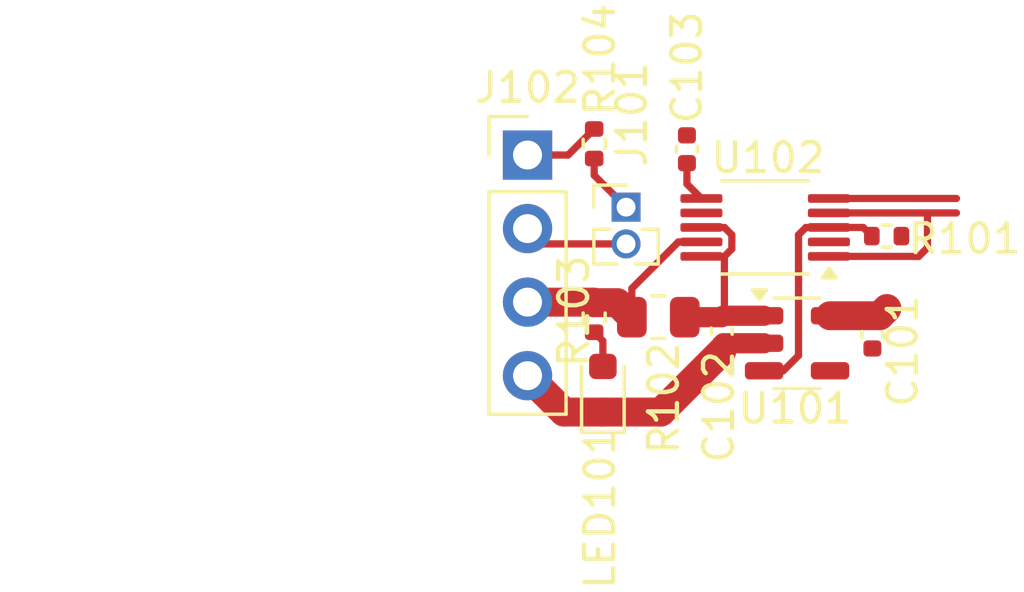
<source format=kicad_pcb>
(kicad_pcb (version 20240108) (generator "pcbnew") (generator_version "8.0")
  (layers (0 "F.Cu" signal) (31 "B.Cu" signal) (34 "B.Paste" user) (35 "F.Paste" user) (36 "B.SilkS" user "B.Silkscreen") (37 "F.SilkS" user "F.Silkscreen") (38 "B.Mask" user) (39 "F.Mask" user) (44 "Edge.Cuts" user))
  (net 0 "")
  (net 1 "/VIN")
  (net 2 "GND")
  (net 3 "Net-(U101-VOUT)")
  (net 4 "VDD")
  (net 5 "/CANL")
  (net 6 "Net-(J101-Pin_1)")
  (net 7 "Net-(J102-Pin_3)")
  (net 8 "/CANH")
  (net 9 "Net-(LED101-A)")
  (net 10 "Net-(U101-CONTROL)")
  (net 11 "/EN")
  (net 12 "NC")
  (net 13 "/I2C_SDA")
  (net 14 "/A0")
  (net 15 "/I2C_SCL")
  (footprint "Capacitor_SMD:C_0402_1005Metric" (layer "F.Cu") (at 149.9 94.1 -90)
    (property "Reference" "C103" (at -2.82 0 90) (layer "F.SilkS"))
    (property "Value" "100nF")
    (fp_line (start -0.107836 0.36) (end 0.107836 0.36) (stroke (width 0.12)) (layer "F.SilkS"))
    (fp_line (start -0.107836 -0.36) (end 0.107836 -0.36) (stroke (width 0.12)) (layer "F.SilkS"))
    (pad "1" smd roundrect (at -0.48 0 270) (size 0.56 0.62) (layers "F.Cu" "F.Paste" "F.Mask") (net 2 "GND"))
    (pad "2" smd roundrect (at 0.48 0 270) (size 0.56 0.62) (layers "F.Cu" "F.Paste" "F.Mask") (net 4 "VDD"))
  )
  (footprint "Capacitor_SMD:C_0402_1005Metric" (layer "F.Cu") (at 151.1 100.38 90)
    (property "Reference" "C102" (at -2.62 -0.1 -90) (layer "F.SilkS"))
    (property "Value" "100nF")
    (fp_line (start -0.107836 -0.36) (end 0.107836 -0.36) (stroke (width 0.12)) (layer "F.SilkS"))
    (fp_line (start -0.107836 0.36) (end 0.107836 0.36) (stroke (width 0.12)) (layer "F.SilkS"))
    (pad "1" smd roundrect (at -0.48 0 90) (size 0.56 0.62) (layers "F.Cu" "F.Paste" "F.Mask") (net 2 "GND"))
    (pad "2" smd roundrect (at 0.48 0 90) (size 0.56 0.62) (layers "F.Cu" "F.Paste" "F.Mask") (net 3 "Net-(U101-VOUT)"))
  )
  (footprint "LED_SMD:LED_0603_1608Metric" (layer "F.Cu") (at 147 102.3875 90)
    (property "Reference" "LED101" (at -4.1125 -0.1 -90) (layer "F.SilkS"))
    (property "Value" "Power")
    (fp_line (start 0.8 -0.735) (end -1.485 -0.735) (stroke (width 0.12)) (layer "F.SilkS"))
    (fp_line (start -1.485 -0.735) (end -1.485 0.735) (stroke (width 0.12)) (layer "F.SilkS"))
    (fp_line (start -1.485 0.735) (end 0.8 0.735) (stroke (width 0.12)) (layer "F.SilkS"))
    (pad "1" smd roundrect (at -0.7875 0 90) (size 0.875 0.95) (layers "F.Cu" "F.Paste" "F.Mask") (net 2 "GND"))
    (pad "2" smd roundrect (at 0.7875 0 90) (size 0.875 0.95) (layers "F.Cu" "F.Paste" "F.Mask") (net 9 "Net-(LED101-A)"))
  )
  (footprint "Connector_PinHeader_2.54mm:PinHeader_1x04_P2.54mm_Vertical" (layer "F.Cu") (at 144.4 94.3)
    (property "Reference" "J102" (at 0 -2.33 0) (layer "F.SilkS"))
    (property "Value" "Conn_01x04_MountingPin")
    (fp_line (start -1.33 -1.33) (end 0 -1.33) (stroke (width 0.12)) (layer "F.SilkS"))
    (fp_line (start -1.33 0) (end -1.33 -1.33) (stroke (width 0.12)) (layer "F.SilkS"))
    (fp_line (start -1.33 1.27) (end -1.33 8.95) (stroke (width 0.12)) (layer "F.SilkS"))
    (fp_line (start -1.33 1.27) (end 1.33 1.27) (stroke (width 0.12)) (layer "F.SilkS"))
    (fp_line (start -1.33 8.95) (end 1.33 8.95) (stroke (width 0.12)) (layer "F.SilkS"))
    (fp_line (start 1.33 1.27) (end 1.33 8.95) (stroke (width 0.12)) (layer "F.SilkS"))
    (pad "1" thru_hole rect (at 0 0) (size 1.7 1.7) (drill 1) (layers "*.Cu" "*.Mask") (net 8 "/CANH"))
    (pad "2" thru_hole oval (at 0 2.54) (size 1.7 1.7) (drill 1) (layers "*.Cu" "*.Mask") (net 5 "/CANL"))
    (pad "3" thru_hole oval (at 0 5.08) (size 1.7 1.7) (drill 1) (layers "*.Cu" "*.Mask") (net 7 "Net-(J102-Pin_3)"))
    (pad "4" thru_hole oval (at 0 7.62) (size 1.7 1.7) (drill 1) (layers "*.Cu" "*.Mask") (net 2 "GND"))
  )
  (footprint "Capacitor_SMD:C_0402_1005Metric" (layer "F.Cu") (at 156.3 100.5 90)
    (property "Reference" "C101" (at -0.57 1.0375 -90) (layer "F.SilkS"))
    (property "Value" "100nF")
    (fp_line (start -0.107836 -0.36) (end 0.107836 -0.36) (stroke (width 0.12)) (layer "F.SilkS"))
    (fp_line (start -0.107836 0.36) (end 0.107836 0.36) (stroke (width 0.12)) (layer "F.SilkS"))
    (pad "1" smd roundrect (at -0.48 0 90) (size 0.56 0.62) (layers "F.Cu" "F.Paste" "F.Mask") (net 2 "GND"))
    (pad "2" smd roundrect (at 0.48 0 90) (size 0.56 0.62) (layers "F.Cu" "F.Paste" "F.Mask") (net 1 "/VIN"))
  )
  (footprint "Resistor_SMD:R_0805_2012Metric" (layer "F.Cu") (at 148.9125 99.9 180)
    (property "Reference" "R102" (at -0.1875 -2.8 -90) (layer "F.SilkS"))
    (property "Value" "50mΩ")
    (fp_line (start -0.227064 0.735) (end 0.227064 0.735) (stroke (width 0.12)) (layer "F.SilkS"))
    (fp_line (start -0.227064 -0.735) (end 0.227064 -0.735) (stroke (width 0.12)) (layer "F.SilkS"))
    (pad "1" smd roundrect (at -0.9125 0 180) (size 1.025 1.4) (layers "F.Cu" "F.Paste" "F.Mask") (roundrect_rratio 0.243902) (net 3 "Net-(U101-VOUT)"))
    (pad "2" smd roundrect (at 0.9125 0 180) (size 1.025 1.4) (layers "F.Cu" "F.Paste" "F.Mask") (roundrect_rratio 0.243902) (net 7 "Net-(J102-Pin_3)"))
  )
  (footprint "Resistor_SMD:R_0402_1005Metric" (layer "F.Cu") (at 156.79 97.1 180)
    (property "Reference" "R101" (at -2.69 -0.1 180) (layer "F.SilkS"))
    (property "Value" "10k")
    (fp_line (start -0.153641 0.38) (end 0.153641 0.38) (stroke (width 0.12)) (layer "F.SilkS"))
    (fp_line (start -0.153641 -0.38) (end 0.153641 -0.38) (stroke (width 0.12)) (layer "F.SilkS"))
    (pad "1" smd roundrect (at -0.51 0 180) (size 0.54 0.64) (layers "F.Cu" "F.Paste" "F.Mask") (net 11 "/EN"))
    (pad "2" smd roundrect (at 0.51 0 180) (size 0.54 0.64) (layers "F.Cu" "F.Paste" "F.Mask") (net 10 "Net-(U101-CONTROL)"))
  )
  (footprint "Package_TO_SOT_SMD:SOT-23-5" (layer "F.Cu") (at 153.7 100.8)
    (property "Reference" "U101" (at -0.0625 2.25 0) (layer "F.SilkS"))
    (property "Value" "TCK106AF")
    (fp_line (start 0 -1.56) (end -0.8 -1.56) (stroke (width 0.12)) (layer "F.SilkS"))
    (fp_line (start 0 -1.56) (end 0.8 -1.56) (stroke (width 0.12)) (layer "F.SilkS"))
    (fp_line (start 0 1.56) (end -0.8 1.56) (stroke (width 0.12)) (layer "F.SilkS"))
    (fp_line (start 0 1.56) (end 0.8 1.56) (stroke (width 0.12)) (layer "F.SilkS"))
    (fp_poly (pts (xy -1.3 -1.51) (xy -1.54 -1.84) (xy -1.06 -1.84) (xy -1.3 -1.51)) (stroke (width 0.12)) (fill solid) (layer "F.SilkS"))
    (pad "1" smd roundrect (at -1.1375 -0.95) (size 1.325 0.6) (layers "F.Cu" "F.Paste" "F.Mask") (net 3 "Net-(U101-VOUT)"))
    (pad "2" smd roundrect (at -1.1375 0) (size 1.325 0.6) (layers "F.Cu" "F.Paste" "F.Mask") (net 2 "GND"))
    (pad "3" smd roundrect (at -1.1375 0.95) (size 1.325 0.6) (layers "F.Cu" "F.Paste" "F.Mask") (net 10 "Net-(U101-CONTROL)"))
    (pad "4" smd roundrect (at 1.1375 0.95) (size 1.325 0.6) (layers "F.Cu" "F.Paste" "F.Mask") (net 12 "NC"))
    (pad "5" smd roundrect (at 1.1375 -0.95) (size 1.325 0.6) (layers "F.Cu" "F.Paste" "F.Mask") (net 1 "/VIN"))
  )
  (footprint "Package_SO:VSSOP-10_3x3mm_P0.5mm" (layer "F.Cu") (at 152.6 96.8 180)
    (property "Reference" "U102" (at -0.1 2.4 180) (layer "F.SilkS"))
    (property "Value" "INA226")
    (fp_line (start 0 1.61) (end 1.5 1.61) (stroke (width 0.12)) (layer "F.SilkS"))
    (fp_line (start 0 1.61) (end -1.5 1.61) (stroke (width 0.12)) (layer "F.SilkS"))
    (fp_line (start 0 -1.61) (end 1.5 -1.61) (stroke (width 0.12)) (layer "F.SilkS"))
    (fp_line (start 0 -1.61) (end -1.5 -1.61) (stroke (width 0.12)) (layer "F.SilkS"))
    (fp_poly (pts (xy -2.2125 -1.41) (xy -2.4525 -1.74) (xy -1.9725 -1.74) (xy -2.2125 -1.41)) (stroke (width 0.12)) (fill solid) (layer "F.SilkS"))
    (pad "1" smd roundrect (at -2.2 -1 180) (size 1.45 0.3) (layers "F.Cu" "F.Paste" "F.Mask") (net 13 "/I2C_SDA"))
    (pad "2" smd roundrect (at -2.2 -0.5 180) (size 1.45 0.3) (layers "F.Cu" "F.Paste" "F.Mask") (net 14 "/A0"))
    (pad "3" smd roundrect (at -2.2 0 180) (size 1.45 0.3) (layers "F.Cu" "F.Paste" "F.Mask") (net 10 "Net-(U101-CONTROL)"))
    (pad "4" smd roundrect (at -2.2 0.5 180) (size 1.45 0.3) (layers "F.Cu" "F.Paste" "F.Mask") (net 13 "/I2C_SDA"))
    (pad "5" smd roundrect (at -2.2 1 180) (size 1.45 0.3) (layers "F.Cu" "F.Paste" "F.Mask") (net 15 "/I2C_SCL"))
    (pad "6" smd roundrect (at 2.2 1 180) (size 1.45 0.3) (layers "F.Cu" "F.Paste" "F.Mask") (net 4 "VDD"))
    (pad "7" smd roundrect (at 2.2 0.5 180) (size 1.45 0.3) (layers "F.Cu" "F.Paste" "F.Mask") (net 2 "GND"))
    (pad "8" smd roundrect (at 2.2 0 180) (size 1.45 0.3) (layers "F.Cu" "F.Paste" "F.Mask") (net 3 "Net-(U101-VOUT)"))
    (pad "9" smd roundrect (at 2.2 -0.5 180) (size 1.45 0.3) (layers "F.Cu" "F.Paste" "F.Mask") (net 7 "Net-(J102-Pin_3)"))
    (pad "10" smd roundrect (at 2.2 -1 180) (size 1.45 0.3) (layers "F.Cu" "F.Paste" "F.Mask") (net 3 "Net-(U101-VOUT)"))
  )
  (footprint "Resistor_SMD:R_0402_1005Metric" (layer "F.Cu") (at 146.7 99.91 90)
    (property "Reference" "R103" (at 0.21 -0.7 -90) (layer "F.SilkS"))
    (property "Value" "1k")
    (fp_line (start -0.153641 -0.38) (end 0.153641 -0.38) (stroke (width 0.12)) (layer "F.SilkS"))
    (fp_line (start -0.153641 0.38) (end 0.153641 0.38) (stroke (width 0.12)) (layer "F.SilkS"))
    (pad "1" smd roundrect (at -0.51 0 90) (size 0.54 0.64) (layers "F.Cu" "F.Paste" "F.Mask") (net 9 "Net-(LED101-A)"))
    (pad "2" smd roundrect (at 0.51 0 90) (size 0.54 0.64) (layers "F.Cu" "F.Paste" "F.Mask") (net 7 "Net-(J102-Pin_3)"))
  )
  (footprint "Resistor_SMD:R_0402_1005Metric" (layer "F.Cu") (at 146.7 93.91 90)
    (property "Reference" "R104" (at 2.91 0.2 -90) (layer "F.SilkS"))
    (property "Value" "120")
    (fp_line (start -0.153641 -0.38) (end 0.153641 -0.38) (stroke (width 0.12)) (layer "F.SilkS"))
    (fp_line (start -0.153641 0.38) (end 0.153641 0.38) (stroke (width 0.12)) (layer "F.SilkS"))
    (pad "1" smd roundrect (at -0.51 0 90) (size 0.54 0.64) (layers "F.Cu" "F.Paste" "F.Mask") (net 6 "Net-(J101-Pin_1)"))
    (pad "2" smd roundrect (at 0.51 0 90) (size 0.54 0.64) (layers "F.Cu" "F.Paste" "F.Mask") (net 8 "/CANH"))
  )
  (footprint "Connector_PinHeader_1.27mm:PinHeader_1x02_P1.27mm_Vertical" (layer "F.Cu") (at 147.8 96.1)
    (property "Reference" "J101" (at 0.2 -3.2 90) (layer "F.SilkS"))
    (property "Value" "Jumper")
    (fp_line (start -1.11 -0.76) (end 0 -0.76) (stroke (width 0.12)) (layer "F.SilkS"))
    (fp_line (start -1.11 0) (end -1.11 -0.76) (stroke (width 0.12)) (layer "F.SilkS"))
    (fp_line (start -1.11 0.76) (end -1.11 1.965) (stroke (width 0.12)) (layer "F.SilkS"))
    (fp_line (start -1.11 0.76) (end -0.563471 0.76) (stroke (width 0.12)) (layer "F.SilkS"))
    (fp_line (start -1.11 1.965) (end -0.30753 1.965) (stroke (width 0.12)) (layer "F.SilkS"))
    (fp_line (start 0.30753 1.965) (end 1.11 1.965) (stroke (width 0.12)) (layer "F.SilkS"))
    (fp_line (start 0.563471 0.76) (end 1.11 0.76) (stroke (width 0.12)) (layer "F.SilkS"))
    (fp_line (start 1.11 0.76) (end 1.11 1.965) (stroke (width 0.12)) (layer "F.SilkS"))
    (pad "1" thru_hole rect (at 0 0) (size 1 1) (drill 0.65) (layers "*.Cu" "*.Mask") (net 6 "Net-(J101-Pin_1)"))
    (pad "2" thru_hole oval (at 0 1.27) (size 1 1) (drill 0.65) (layers "*.Cu" "*.Mask") (net 5 "/CANL"))
  )
  (segment (start 154.8375 99.85) (end 156.55 99.85) (width 1) (layer "F.Cu") (net 1))
  (segment (start 156.55 99.85) (end 156.8 99.6) (width 1) (layer "F.Cu") (net 1))
  (segment (start 145.655 103.175) (end 147 103.175) (width 1) (layer "F.Cu") (net 2))
  (segment (start 144.4 101.92) (end 145.655 103.175) (width 1) (layer "F.Cu") (net 2))
  (segment (start 151.16 100.8) (end 151.1 100.86) (width 0.7) (layer "F.Cu") (net 2))
  (segment (start 152.5625 100.8) (end 151.16 100.8) (width 0.7) (layer "F.Cu") (net 2))
  (segment (start 149.005 103.175) (end 151.1 101.08) (width 1) (layer "F.Cu") (net 2))
  (segment (start 147 103.175) (end 149.005 103.175) (width 1) (layer "F.Cu") (net 2))
  (segment (start 151.1 99.9) (end 149.825 99.9) (width 0.7) (layer "F.Cu") (net 3))
  (segment (start 151.192764 97.8) (end 151.45 97.542764) (width 0.25) (layer "F.Cu") (net 3))
  (segment (start 151.192764 96.8) (end 150.4 96.8) (width 0.25) (layer "F.Cu") (net 3))
  (segment (start 149.825 99.9) (end 149.845 99.88) (width 1) (layer "F.Cu") (net 3))
  (segment (start 151.45 97.057236) (end 151.192764 96.8) (width 0.25) (layer "F.Cu") (net 3))
  (segment (start 152.5625 99.85) (end 151.15 99.85) (width 0.7) (layer "F.Cu") (net 3))
  (segment (start 151.15 99.85) (end 151.1 99.9) (width 0.7) (layer "F.Cu") (net 3))
  (segment (start 150.4 97.8) (end 151.192764 97.8) (width 0.25) (layer "F.Cu") (net 3))
  (segment (start 151.192764 97.8) (end 151.192764 99.787236) (width 0.25) (layer "F.Cu") (net 3))
  (segment (start 151.45 97.542764) (end 151.45 97.057236) (width 0.25) (layer "F.Cu") (net 3))
  (segment (start 149.9 94.58) (end 149.9 95.3) (width 0.25) (layer "F.Cu") (net 4))
  (segment (start 149.9 95.3) (end 150.4 95.8) (width 0.25) (layer "F.Cu") (net 4))
  (segment (start 144.4 96.84) (end 144.93 97.37) (width 0.25) (layer "F.Cu") (net 5))
  (segment (start 144.93 97.37) (end 147.8 97.37) (width 0.25) (layer "F.Cu") (net 5))
  (segment (start 146.7 95) (end 147.8 96.1) (width 0.25) (layer "F.Cu") (net 6))
  (segment (start 146.7 94.42) (end 146.7 95) (width 0.25) (layer "F.Cu") (net 6))
  (segment (start 149.607236 97.3) (end 148 98.907236) (width 0.25) (layer "F.Cu") (net 7))
  (segment (start 146.68 99.38) (end 146.7 99.4) (width 1) (layer "F.Cu") (net 7))
  (segment (start 147.5 99.4) (end 148 99.9) (width 1) (layer "F.Cu") (net 7))
  (segment (start 146.7 99.4) (end 147.5 99.4) (width 1) (layer "F.Cu") (net 7))
  (segment (start 148 98.907236) (end 148 99.9) (width 0.25) (layer "F.Cu") (net 7))
  (segment (start 144.4 99.38) (end 146.68 99.38) (width 1) (layer "F.Cu") (net 7))
  (segment (start 150.4 97.3) (end 149.607236 97.3) (width 0.25) (layer "F.Cu") (net 7))
  (segment (start 145.8 94.3) (end 146.7 93.4) (width 0.25) (layer "F.Cu") (net 8))
  (segment (start 144.4 94.3) (end 145.8 94.3) (width 0.25) (layer "F.Cu") (net 8))
  (segment (start 147 100.72) (end 147 101.6) (width 0.25) (layer "F.Cu") (net 9))
  (segment (start 146.7 100.42) (end 147 100.72) (width 0.25) (layer "F.Cu") (net 9))
  (segment (start 154.007236 96.8) (end 154.8 96.8) (width 0.25) (layer "F.Cu") (net 10))
  (segment (start 154.8 96.8) (end 155.98 96.8) (width 0.25) (layer "F.Cu") (net 10))
  (segment (start 153.75 101.224999) (end 153.75 97.057236) (width 0.25) (layer "F.Cu") (net 10))
  (segment (start 153.75 97.057236) (end 154.007236 96.8) (width 0.25) (layer "F.Cu") (net 10))
  (segment (start 153.224999 101.75) (end 153.75 101.224999) (width 0.25) (layer "F.Cu") (net 10))
  (segment (start 152.5625 101.75) (end 153.224999 101.75) (width 0.25) (layer "F.Cu") (net 10))
  (segment (start 155.98 96.8) (end 156.28 97.1) (width 0.25) (layer "F.Cu") (net 10))
  (segment (start 158.2 97.5) (end 158.2 96.3) (width 0.25) (layer "F.Cu") (net 13))
  (segment (start 154.8 97.8) (end 157.9 97.8) (width 0.25) (layer "F.Cu") (net 13))
  (segment (start 158.2 96.3) (end 159.2 96.3) (width 0.25) (layer "F.Cu") (net 13))
  (segment (start 157.9 97.8) (end 158.2 97.5) (width 0.25) (layer "F.Cu") (net 13))
  (segment (start 154.8 96.3) (end 158.2 96.3) (width 0.25) (layer "F.Cu") (net 13))
  (segment (start 154.8 95.8) (end 159.2 95.8) (width 0.25) (layer "F.Cu") (net 15))
)
</source>
